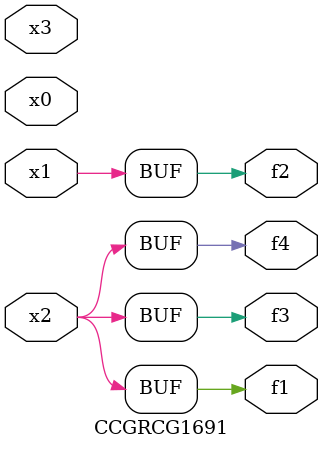
<source format=v>
module CCGRCG1691(
	input x0, x1, x2, x3,
	output f1, f2, f3, f4
);
	assign f1 = x2;
	assign f2 = x1;
	assign f3 = x2;
	assign f4 = x2;
endmodule

</source>
